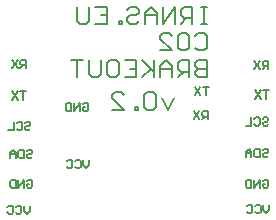
<source format=gbo>
G04*
G04 #@! TF.GenerationSoftware,Altium Limited,Altium Designer,18.1.9 (240)*
G04*
G04 Layer_Color=32896*
%FSAX25Y25*%
%MOIN*%
G70*
G01*
G75*
%ADD10C,0.00787*%
%ADD12C,0.00591*%
D10*
X0572813Y0238423D02*
X0570845Y0234487D01*
X0568877Y0238423D01*
X0566909Y0239407D02*
X0565925Y0240391D01*
X0563957D01*
X0562973Y0239407D01*
Y0235471D01*
X0563957Y0234487D01*
X0565925D01*
X0566909Y0235471D01*
Y0239407D01*
X0561005Y0234487D02*
Y0235471D01*
X0560021D01*
Y0234487D01*
X0561005D01*
X0552150D02*
X0556086D01*
X0552150Y0238423D01*
Y0239407D01*
X0553134Y0240391D01*
X0555102D01*
X0556086Y0239407D01*
X0579977Y0259181D02*
X0580961Y0260165D01*
X0582929D01*
X0583913Y0259181D01*
Y0255245D01*
X0582929Y0254261D01*
X0580961D01*
X0579977Y0255245D01*
X0575057Y0260165D02*
X0577025D01*
X0578009Y0259181D01*
Y0255245D01*
X0577025Y0254261D01*
X0575057D01*
X0574073Y0255245D01*
Y0259181D01*
X0575057Y0260165D01*
X0568170Y0254261D02*
X0572105D01*
X0568170Y0258197D01*
Y0259181D01*
X0569154Y0260165D01*
X0571122D01*
X0572105Y0259181D01*
X0583913Y0251191D02*
Y0245287D01*
X0580961D01*
X0579977Y0246271D01*
Y0247255D01*
X0580961Y0248239D01*
X0583913D01*
X0580961D01*
X0579977Y0249223D01*
Y0250207D01*
X0580961Y0251191D01*
X0583913D01*
X0578009Y0245287D02*
Y0251191D01*
X0575057D01*
X0574073Y0250207D01*
Y0248239D01*
X0575057Y0247255D01*
X0578009D01*
X0576041D02*
X0574073Y0245287D01*
X0572105D02*
Y0249223D01*
X0570138Y0251191D01*
X0568170Y0249223D01*
Y0245287D01*
Y0248239D01*
X0572105D01*
X0566202Y0251191D02*
Y0245287D01*
Y0247255D01*
X0562266Y0251191D01*
X0565218Y0248239D01*
X0562266Y0245287D01*
X0556362Y0251191D02*
X0560298D01*
Y0245287D01*
X0556362D01*
X0560298Y0248239D02*
X0558330D01*
X0551443Y0251191D02*
X0553411D01*
X0554395Y0250207D01*
Y0246271D01*
X0553411Y0245287D01*
X0551443D01*
X0550459Y0246271D01*
Y0250207D01*
X0551443Y0251191D01*
X0548491D02*
Y0246271D01*
X0547507Y0245287D01*
X0545539D01*
X0544555Y0246271D01*
Y0251191D01*
X0542587D02*
X0538652D01*
X0540620D01*
Y0245287D01*
X0583913Y0268891D02*
X0581945D01*
X0582929D01*
Y0262987D01*
X0583913D01*
X0581945D01*
X0578993D02*
Y0268891D01*
X0576041D01*
X0575057Y0267907D01*
Y0265939D01*
X0576041Y0264955D01*
X0578993D01*
X0577025D02*
X0575057Y0262987D01*
X0573089D02*
Y0268891D01*
X0569154Y0262987D01*
Y0268891D01*
X0567186Y0262987D02*
Y0266923D01*
X0565218Y0268891D01*
X0563250Y0266923D01*
Y0262987D01*
Y0265939D01*
X0567186D01*
X0557346Y0267907D02*
X0558330Y0268891D01*
X0560298D01*
X0561282Y0267907D01*
Y0266923D01*
X0560298Y0265939D01*
X0558330D01*
X0557346Y0264955D01*
Y0263971D01*
X0558330Y0262987D01*
X0560298D01*
X0561282Y0263971D01*
X0555378Y0262987D02*
Y0263971D01*
X0554395D01*
Y0262987D01*
X0555378D01*
X0546523Y0268891D02*
X0550459D01*
Y0262987D01*
X0546523D01*
X0550459Y0265939D02*
X0548491D01*
X0544555Y0268891D02*
Y0263971D01*
X0543571Y0262987D01*
X0541604D01*
X0540620Y0263971D01*
Y0268891D01*
D12*
X0523500Y0248400D02*
Y0251155D01*
X0522122D01*
X0521663Y0250696D01*
Y0249778D01*
X0522122Y0249318D01*
X0523500D01*
X0522582D02*
X0521663Y0248400D01*
X0520745Y0251155D02*
X0518908Y0248400D01*
Y0251155D02*
X0520745Y0248400D01*
X0523500Y0240655D02*
X0521663D01*
X0522582D01*
Y0237900D01*
X0520745Y0240655D02*
X0518908Y0237900D01*
Y0240655D02*
X0520745Y0237900D01*
X0523163Y0229996D02*
X0523623Y0230455D01*
X0524541D01*
X0525000Y0229996D01*
Y0229537D01*
X0524541Y0229078D01*
X0523623D01*
X0523163Y0228618D01*
Y0228159D01*
X0523623Y0227700D01*
X0524541D01*
X0525000Y0228159D01*
X0520408Y0229996D02*
X0520867Y0230455D01*
X0521786D01*
X0522245Y0229996D01*
Y0228159D01*
X0521786Y0227700D01*
X0520867D01*
X0520408Y0228159D01*
X0519490Y0230455D02*
Y0227700D01*
X0517653D01*
X0523763Y0220696D02*
X0524223Y0221155D01*
X0525141D01*
X0525600Y0220696D01*
Y0220237D01*
X0525141Y0219777D01*
X0524223D01*
X0523763Y0219318D01*
Y0218859D01*
X0524223Y0218400D01*
X0525141D01*
X0525600Y0218859D01*
X0522845Y0221155D02*
Y0218400D01*
X0521467D01*
X0521008Y0218859D01*
Y0220696D01*
X0521467Y0221155D01*
X0522845D01*
X0520090Y0218400D02*
Y0220237D01*
X0519172Y0221155D01*
X0518253Y0220237D01*
Y0218400D01*
Y0219777D01*
X0520090D01*
X0523763Y0210796D02*
X0524223Y0211255D01*
X0525141D01*
X0525600Y0210796D01*
Y0208959D01*
X0525141Y0208500D01*
X0524223D01*
X0523763Y0208959D01*
Y0209877D01*
X0524682D01*
X0522845Y0208500D02*
Y0211255D01*
X0521008Y0208500D01*
Y0211255D01*
X0520090D02*
Y0208500D01*
X0518712D01*
X0518253Y0208959D01*
Y0210796D01*
X0518712Y0211255D01*
X0520090D01*
X0524700Y0202555D02*
Y0200718D01*
X0523782Y0199800D01*
X0522863Y0200718D01*
Y0202555D01*
X0520108Y0202096D02*
X0520568Y0202555D01*
X0521486D01*
X0521945Y0202096D01*
Y0200259D01*
X0521486Y0199800D01*
X0520568D01*
X0520108Y0200259D01*
X0517353Y0202096D02*
X0517812Y0202555D01*
X0518731D01*
X0519190Y0202096D01*
Y0200259D01*
X0518731Y0199800D01*
X0517812D01*
X0517353Y0200259D01*
X0604500Y0202855D02*
Y0201018D01*
X0603582Y0200100D01*
X0602663Y0201018D01*
Y0202855D01*
X0599908Y0202396D02*
X0600367Y0202855D01*
X0601286D01*
X0601745Y0202396D01*
Y0200559D01*
X0601286Y0200100D01*
X0600367D01*
X0599908Y0200559D01*
X0597153Y0202396D02*
X0597612Y0202855D01*
X0598531D01*
X0598990Y0202396D01*
Y0200559D01*
X0598531Y0200100D01*
X0597612D01*
X0597153Y0200559D01*
X0602363Y0210796D02*
X0602822Y0211255D01*
X0603741D01*
X0604200Y0210796D01*
Y0208959D01*
X0603741Y0208500D01*
X0602822D01*
X0602363Y0208959D01*
Y0209877D01*
X0603282D01*
X0601445Y0208500D02*
Y0211255D01*
X0599608Y0208500D01*
Y0211255D01*
X0598690D02*
Y0208500D01*
X0597312D01*
X0596853Y0208959D01*
Y0210796D01*
X0597312Y0211255D01*
X0598690D01*
X0602363Y0220996D02*
X0602822Y0221455D01*
X0603741D01*
X0604200Y0220996D01*
Y0220537D01*
X0603741Y0220077D01*
X0602822D01*
X0602363Y0219618D01*
Y0219159D01*
X0602822Y0218700D01*
X0603741D01*
X0604200Y0219159D01*
X0601445Y0221455D02*
Y0218700D01*
X0600068D01*
X0599608Y0219159D01*
Y0220996D01*
X0600068Y0221455D01*
X0601445D01*
X0598690Y0218700D02*
Y0220537D01*
X0597772Y0221455D01*
X0596853Y0220537D01*
Y0218700D01*
Y0220077D01*
X0598690D01*
X0602363Y0231496D02*
X0602822Y0231955D01*
X0603741D01*
X0604200Y0231496D01*
Y0231037D01*
X0603741Y0230577D01*
X0602822D01*
X0602363Y0230118D01*
Y0229659D01*
X0602822Y0229200D01*
X0603741D01*
X0604200Y0229659D01*
X0599608Y0231496D02*
X0600068Y0231955D01*
X0600986D01*
X0601445Y0231496D01*
Y0229659D01*
X0600986Y0229200D01*
X0600068D01*
X0599608Y0229659D01*
X0598690Y0231955D02*
Y0229200D01*
X0596853D01*
X0604500Y0240955D02*
X0602663D01*
X0603582D01*
Y0238200D01*
X0601745Y0240955D02*
X0599908Y0238200D01*
Y0240955D02*
X0601745Y0238200D01*
X0604200Y0248100D02*
Y0250855D01*
X0602822D01*
X0602363Y0250396D01*
Y0249478D01*
X0602822Y0249018D01*
X0604200D01*
X0603282D02*
X0602363Y0248100D01*
X0601445Y0250855D02*
X0599608Y0248100D01*
Y0250855D02*
X0601445Y0248100D01*
X0542363Y0236296D02*
X0542823Y0236755D01*
X0543741D01*
X0544200Y0236296D01*
Y0234459D01*
X0543741Y0234000D01*
X0542823D01*
X0542363Y0234459D01*
Y0235378D01*
X0543282D01*
X0541445Y0234000D02*
Y0236755D01*
X0539608Y0234000D01*
Y0236755D01*
X0538690D02*
Y0234000D01*
X0537312D01*
X0536853Y0234459D01*
Y0236296D01*
X0537312Y0236755D01*
X0538690D01*
X0544500Y0217855D02*
Y0216018D01*
X0543582Y0215100D01*
X0542663Y0216018D01*
Y0217855D01*
X0539908Y0217396D02*
X0540368Y0217855D01*
X0541286D01*
X0541745Y0217396D01*
Y0215559D01*
X0541286Y0215100D01*
X0540368D01*
X0539908Y0215559D01*
X0537153Y0217396D02*
X0537612Y0217855D01*
X0538531D01*
X0538990Y0217396D01*
Y0215559D01*
X0538531Y0215100D01*
X0537612D01*
X0537153Y0215559D01*
X0584400Y0242155D02*
X0582563D01*
X0583482D01*
Y0239400D01*
X0581645Y0242155D02*
X0579808Y0239400D01*
Y0242155D02*
X0581645Y0239400D01*
X0584100Y0231300D02*
Y0234055D01*
X0582723D01*
X0582263Y0233596D01*
Y0232678D01*
X0582723Y0232218D01*
X0584100D01*
X0583182D02*
X0582263Y0231300D01*
X0581345Y0234055D02*
X0579508Y0231300D01*
Y0234055D02*
X0581345Y0231300D01*
M02*

</source>
